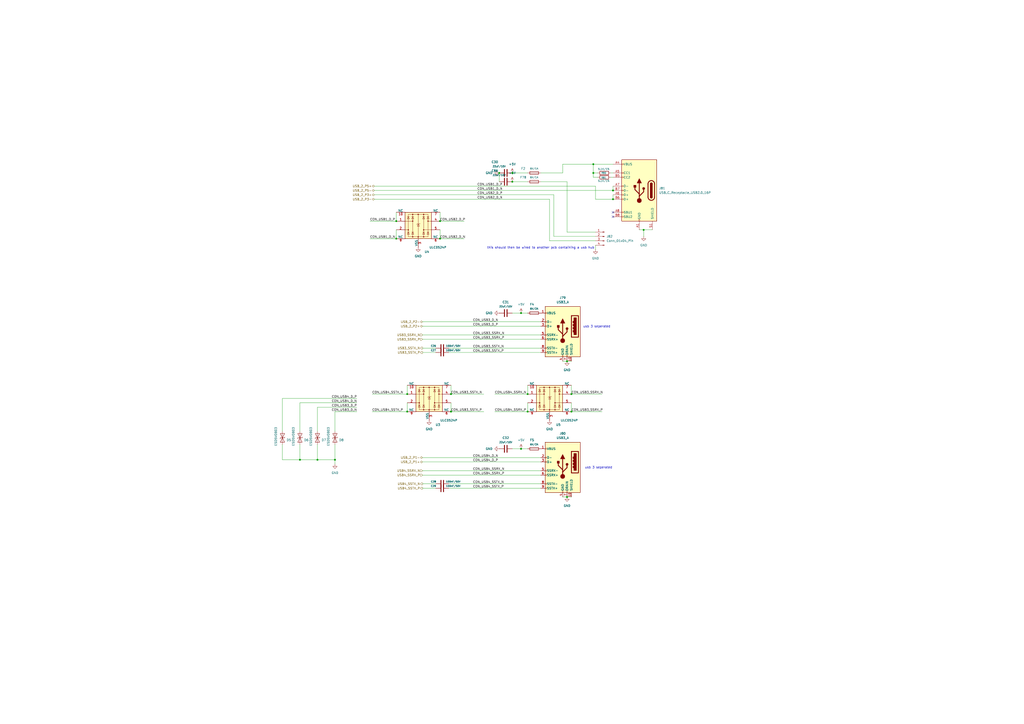
<source format=kicad_sch>
(kicad_sch (version 20250114) (generator "eeschema") (generator_version "9.0")
  (paper "A2")
  (title_block (title "Primer Carrier for LattePanda Mu") (date "2024-03-13") (rev "V1.0.0") (company "DFRobot"))
  (lib_symbols
    (symbol "Connector:Conn_01x04_Pin" (pin_names (offset 1.016) (hide yes))
      (property "Reference" "J" (at 0 5.08 0))
      (property "Value" "Conn_01x04_Pin" (at 0 -7.62 0))
      (symbol "Conn_01x04_Pin_1_1"
        (rectangle (start 0.8636 2.667) (end 0 2.413) (stroke (width 0.1524)) (fill (type outline)))
        (rectangle (start 0.8636 0.127) (end 0 -0.127) (stroke (width 0.1524)) (fill (type outline)))
        (rectangle (start 0.8636 -2.413) (end 0 -2.667) (stroke (width 0.1524)) (fill (type outline)))
        (rectangle (start 0.8636 -4.953) (end 0 -5.207) (stroke (width 0.1524)) (fill (type outline)))
        (polyline (pts (xy 1.27 2.54) (xy 0.8636 2.54)) (stroke (width 0.1524)))
        (polyline (pts (xy 1.27 0) (xy 0.8636 0)) (stroke (width 0.1524)))
        (polyline (pts (xy 1.27 -2.54) (xy 0.8636 -2.54)) (stroke (width 0.1524)))
        (polyline (pts (xy 1.27 -5.08) (xy 0.8636 -5.08)) (stroke (width 0.1524)))
        (pin passive line (at 5.08 2.54 180) (length 3.81) (name "Pin_1") (number "1"))
        (pin passive line (at 5.08 0 180) (length 3.81) (name "Pin_2") (number "2"))
        (pin passive line (at 5.08 -2.54 180) (length 3.81) (name "Pin_3") (number "3"))
        (pin passive line (at 5.08 -5.08 180) (length 3.81) (name "Pin_4") (number "4"))
      )
    )
    (symbol "Connector:USB3_A" (pin_names (offset 1.016))
      (property "Reference" "J" (at -10.16 15.24 0))
      (property "Value" "USB3_A" (at 10.16 15.24 0))
      (symbol "USB3_A_0_0"
        (rectangle (start -9.144 8.636) (end -5.08 -3.81) (stroke (width 0.508)))
        (rectangle (start -7.874 7.366) (end -6.604 -2.286) (stroke (width 0.508)) (fill (type outline)))
        (rectangle (start -6.35 5.334) (end -6.096 4.572) (stroke (width 0.508)))
        (rectangle (start -6.35 3.556) (end -6.096 2.794) (stroke (width 0.508)))
        (rectangle (start -6.35 1.778) (end -6.096 1.016) (stroke (width 0.508)))
        (rectangle (start -6.35 0) (end -6.096 -0.762) (stroke (width 0.508)))
        (rectangle (start -2.794 -15.24) (end -2.286 -14.224))
        (rectangle (start -0.254 -15.24) (end 0.254 -14.224))
        (rectangle (start 10.16 10.414) (end 9.144 9.906))
        (rectangle (start 10.16 5.334) (end 9.144 4.826))
        (rectangle (start 10.16 2.794) (end 9.144 2.286))
        (rectangle (start 10.16 -2.286) (end 9.144 -2.794))
        (rectangle (start 10.16 -4.826) (end 9.144 -5.334))
        (rectangle (start 10.16 -9.906) (end 9.144 -10.414))
        (rectangle (start 10.16 -12.446) (end 9.144 -12.954))
      )
      (symbol "USB3_A_0_1"
        (rectangle (start -10.16 13.97) (end 10.16 -15.24) (stroke (width 0.254)) (fill (type background)))
      )
      (symbol "USB3_A_1_1"
        (circle (center -2.54 1.143) (radius 0.635) (stroke (width 0.254)) (fill (type outline)))
        (polyline (pts (xy -1.27 4.318) (xy 0 6.858) (xy 1.27 4.318) (xy -1.27 4.318)) (stroke (width 0.254)) (fill (type outline)))
        (polyline (pts (xy 0 -2.032) (xy 2.54 0.508) (xy 2.54 1.778)) (stroke (width 0.508)))
        (polyline (pts (xy 0 -3.302) (xy -2.54 -0.762) (xy -2.54 0.508)) (stroke (width 0.508)))
        (polyline (pts (xy 0 -5.842) (xy 0 4.318)) (stroke (width 0.508)))
        (circle (center 0 -5.842) (radius 1.27) (fill (type outline)))
        (rectangle (start 1.905 1.778) (end 3.175 3.048) (stroke (width 0.254)) (fill (type outline)))
        (pin passive line (at -5.08 -17.78 90) (length 2.54) (name "SHIELD") (number "10"))
        (pin passive line (at -2.54 -17.78 90) (length 2.54) (name "DRAIN") (number "7"))
        (pin power_in line (at 0 -17.78 90) (length 2.54) (name "GND") (number "4"))
        (pin power_in line (at 12.7 10.16 180) (length 2.54) (name "VBUS") (number "1"))
        (pin bidirectional line (at 12.7 5.08 180) (length 2.54) (name "D-") (number "2"))
        (pin bidirectional line (at 12.7 2.54 180) (length 2.54) (name "D+") (number "3"))
        (pin output line (at 12.7 -2.54 180) (length 2.54) (name "SSRX-") (number "5"))
        (pin output line (at 12.7 -5.08 180) (length 2.54) (name "SSRX+") (number "6"))
        (pin input line (at 12.7 -10.16 180) (length 2.54) (name "SSTX-") (number "8"))
        (pin input line (at 12.7 -12.7 180) (length 2.54) (name "SSTX+") (number "9"))
      )
    )
    (symbol "Connector:USB_C_Receptacle_USB2.0_16P" (pin_names (offset 1.016))
      (property "Reference" "J" (at 0 22.225 0))
      (property "Value" "USB_C_Receptacle_USB2.0_16P" (at 0 19.685 0))
      (symbol "USB_C_Receptacle_USB2.0_16P_0_0"
        (rectangle (start -0.254 -17.78) (end 0.254 -16.764))
        (rectangle (start 10.16 15.494) (end 9.144 14.986))
        (rectangle (start 10.16 10.414) (end 9.144 9.906))
        (rectangle (start 10.16 7.874) (end 9.144 7.366))
        (rectangle (start 10.16 2.794) (end 9.144 2.286))
        (rectangle (start 10.16 0.254) (end 9.144 -0.254))
        (rectangle (start 10.16 -2.286) (end 9.144 -2.794))
        (rectangle (start 10.16 -4.826) (end 9.144 -5.334))
        (rectangle (start 10.16 -12.446) (end 9.144 -12.954))
        (rectangle (start 10.16 -14.986) (end 9.144 -15.494))
      )
      (symbol "USB_C_Receptacle_USB2.0_16P_0_1"
        (rectangle (start -10.16 17.78) (end 10.16 -17.78) (stroke (width 0.254)) (fill (type background)))
        (polyline (pts (xy -8.89 -3.81) (xy -8.89 3.81)) (stroke (width 0.508)))
        (rectangle (start -7.62 -3.81) (end -6.35 3.81) (stroke (width 0.254)) (fill (type outline)))
        (arc (start -7.62 3.81) (mid -6.985 4.4423) (end -6.35 3.81) (stroke (width 0.254)))
        (arc (start -7.62 3.81) (mid -6.985 4.4423) (end -6.35 3.81) (stroke (width 0.254)) (fill (type outline)))
        (arc (start -8.89 3.81) (mid -6.985 5.7067) (end -5.08 3.81) (stroke (width 0.508)))
        (arc (start -5.08 -3.81) (mid -6.985 -5.7067) (end -8.89 -3.81) (stroke (width 0.508)))
        (arc (start -6.35 -3.81) (mid -6.985 -4.4423) (end -7.62 -3.81) (stroke (width 0.254)))
        (arc (start -6.35 -3.81) (mid -6.985 -4.4423) (end -7.62 -3.81) (stroke (width 0.254)) (fill (type outline)))
        (polyline (pts (xy -5.08 3.81) (xy -5.08 -3.81)) (stroke (width 0.508)))
        (circle (center -2.54 1.143) (radius 0.635) (stroke (width 0.254)) (fill (type outline)))
        (polyline (pts (xy -1.27 4.318) (xy 0 6.858) (xy 1.27 4.318) (xy -1.27 4.318)) (stroke (width 0.254)) (fill (type outline)))
        (polyline (pts (xy 0 -2.032) (xy 2.54 0.508) (xy 2.54 1.778)) (stroke (width 0.508)))
        (polyline (pts (xy 0 -3.302) (xy -2.54 -0.762) (xy -2.54 0.508)) (stroke (width 0.508)))
        (polyline (pts (xy 0 -5.842) (xy 0 4.318)) (stroke (width 0.508)))
        (circle (center 0 -5.842) (radius 1.27) (fill (type outline)))
        (rectangle (start 1.905 1.778) (end 3.175 3.048) (stroke (width 0.254)) (fill (type outline)))
      )
      (symbol "USB_C_Receptacle_USB2.0_16P_1_1"
        (pin passive line (at -7.62 -22.86 90) (length 5.08) (name "SHIELD") (number "S1"))
        (pin passive line (at 0 -22.86 90) (length 5.08) (name "GND") (number "A1"))
        (pin passive line (at 0 -22.86 90) (length 5.08) (hide yes) (name "GND") (number "A12"))
        (pin passive line (at 0 -22.86 90) (length 5.08) (hide yes) (name "GND") (number "B1"))
        (pin passive line (at 0 -22.86 90) (length 5.08) (hide yes) (name "GND") (number "B12"))
        (pin passive line (at 15.24 15.24 180) (length 5.08) (name "VBUS") (number "A4"))
        (pin passive line (at 15.24 15.24 180) (length 5.08) (hide yes) (name "VBUS") (number "A9"))
        (pin passive line (at 15.24 15.24 180) (length 5.08) (hide yes) (name "VBUS") (number "B4"))
        (pin passive line (at 15.24 15.24 180) (length 5.08) (hide yes) (name "VBUS") (number "B9"))
        (pin bidirectional line (at 15.24 10.16 180) (length 5.08) (name "CC1") (number "A5"))
        (pin bidirectional line (at 15.24 7.62 180) (length 5.08) (name "CC2") (number "B5"))
        (pin bidirectional line (at 15.24 2.54 180) (length 5.08) (name "D-") (number "A7"))
        (pin bidirectional line (at 15.24 0 180) (length 5.08) (name "D-") (number "B7"))
        (pin bidirectional line (at 15.24 -2.54 180) (length 5.08) (name "D+") (number "A6"))
        (pin bidirectional line (at 15.24 -5.08 180) (length 5.08) (name "D+") (number "B6"))
        (pin bidirectional line (at 15.24 -12.7 180) (length 5.08) (name "SBU1") (number "A8"))
        (pin bidirectional line (at 15.24 -15.24 180) (length 5.08) (name "SBU2") (number "B8"))
      )
    )
    (symbol "Device:C" (pin_numbers (hide yes)) (pin_names (offset 0.254))
      (property "Reference" "C" (at 0.635 2.54 0))
      (property "Value" "C" (at 0.635 -2.54 0))
      (symbol "C_0_1"
        (polyline (pts (xy -2.032 0.762) (xy 2.032 0.762)) (stroke (width 0.508)))
        (polyline (pts (xy -2.032 -0.762) (xy 2.032 -0.762)) (stroke (width 0.508)))
      )
      (symbol "C_1_1"
        (pin passive line (at 0 3.81 270) (length 2.794) (name "~") (number "1"))
        (pin passive line (at 0 -3.81 90) (length 2.794) (name "~") (number "2"))
      )
    )
    (symbol "Device:Fuse" (pin_numbers (hide yes)) (pin_names (offset 0))
      (property "Reference" "F" (at 2.032 0 90))
      (property "Value" "Fuse" (at -1.905 0 90))
      (symbol "Fuse_0_1"
        (rectangle (start -0.762 -2.54) (end 0.762 2.54) (stroke (width 0.254)))
        (polyline (pts (xy 0 2.54) (xy 0 -2.54)))
      )
      (symbol "Fuse_1_1"
        (pin passive line (at 0 3.81 270) (length 1.27) (name "~") (number "1"))
        (pin passive line (at 0 -3.81 90) (length 1.27) (name "~") (number "2"))
      )
    )
    (symbol "Device:R" (pin_numbers (hide yes)) (pin_names (offset 0))
      (property "Reference" "R" (at 2.032 0 90))
      (property "Value" "R" (at 0 0 90))
      (symbol "R_0_1"
        (rectangle (start -1.016 -2.54) (end 1.016 2.54) (stroke (width 0.254)))
      )
      (symbol "R_1_1"
        (pin passive line (at 0 3.81 270) (length 1.27) (name "~") (number "1"))
        (pin passive line (at 0 -3.81 90) (length 1.27) (name "~") (number "2"))
      )
    )
    (symbol "Diode:ESD9B5.0ST5G" (pin_numbers (hide yes)) (pin_names (offset 1.016) (hide yes))
      (property "Reference" "D" (at 0 2.54 0))
      (property "Value" "ESD9B5.0ST5G" (at 0 -2.54 0))
      (symbol "ESD9B5.0ST5G_0_1"
        (polyline (pts (xy -2.54 -1.27) (xy 0 0) (xy -2.54 1.27) (xy -2.54 -1.27)) (stroke (width 0.2032)))
        (polyline (pts (xy 0.508 1.27) (xy 0 1.27) (xy 0 -1.27) (xy -0.508 -1.27)) (stroke (width 0.2032)))
        (polyline (pts (xy 1.27 0) (xy -1.27 0)))
        (polyline (pts (xy 2.54 1.27) (xy 2.54 -1.27) (xy 0 0) (xy 2.54 1.27)) (stroke (width 0.2032)))
      )
      (symbol "ESD9B5.0ST5G_1_1"
        (pin passive line (at -3.81 0 0) (length 2.54) (name "A1") (number "1"))
        (pin passive line (at 3.81 0 180) (length 2.54) (name "A2") (number "2"))
      )
    )
    (symbol "Power_Protection:D3V3XA4B10LP" (pin_names (offset 0))
      (property "Reference" "U" (at -0.635 8.89 0))
      (property "Value" "D3V3XA4B10LP" (at 8.89 -10.16 0))
      (symbol "D3V3XA4B10LP_0_0"
        (rectangle (start -5.715 6.477) (end 5.715 -6.604))
        (polyline (pts (xy -3.175 -6.604) (xy -3.175 6.477)))
        (polyline (pts (xy 0.127 6.477) (xy 0.127 -6.604)))
        (polyline (pts (xy 3.175 6.477) (xy 3.175 -6.604)))
      )
      (symbol "D3V3XA4B10LP_0_1"
        (polyline (pts (xy -7.747 2.54) (xy -3.175 2.54)))
        (rectangle (start -7.62 7.62) (end 7.62 -7.62) (stroke (width 0.254)) (fill (type background)))
        (polyline (pts (xy -7.62 -2.54) (xy -5.715 -2.54)))
        (circle (center -5.715 -2.54) (radius 0.2794) (fill (type outline)))
        (polyline (pts (xy -5.08 5.08) (xy -6.35 5.08)))
        (polyline (pts (xy -5.08 3.81) (xy -6.35 3.81) (xy -5.715 5.08) (xy -5.08 3.81)))
        (polyline (pts (xy -5.08 -3.81) (xy -6.35 -3.81)))
        (polyline (pts (xy -5.08 -5.08) (xy -6.35 -5.08) (xy -5.715 -3.81) (xy -5.08 -5.08)))
        (circle (center -3.175 6.477) (radius 0.2794) (fill (type outline)))
        (circle (center -3.175 2.54) (radius 0.2794) (fill (type outline)))
        (circle (center -3.175 -6.604) (radius 0.2794) (fill (type outline)))
        (polyline (pts (xy -2.54 5.08) (xy -3.81 5.08)))
        (polyline (pts (xy -2.54 3.81) (xy -3.81 3.81) (xy -3.175 5.08) (xy -2.54 3.81)))
        (polyline (pts (xy -2.54 -3.81) (xy -3.81 -3.81)))
        (polyline (pts (xy -2.54 -5.08) (xy -3.81 -5.08) (xy -3.175 -3.81) (xy -2.54 -5.08)))
        (polyline (pts (xy -0.508 0.889) (xy -0.889 0.635)))
        (circle (center 0 6.477) (radius 0.2794) (fill (type outline)))
        (polyline (pts (xy 0 -6.604) (xy 0 -7.62)))
        (circle (center 0 -6.604) (radius 0.2794) (fill (type outline)))
        (polyline (pts (xy 0.762 0.889) (xy -0.508 0.889)))
        (polyline (pts (xy 0.762 0.889) (xy 1.143 1.143)))
        (polyline (pts (xy 0.762 -0.381) (xy -0.508 -0.381) (xy 0.127 0.889) (xy 0.762 -0.381)))
        (circle (center 3.175 6.477) (radius 0.2794) (fill (type outline)))
        (circle (center 3.175 -2.54) (radius 0.2794) (fill (type outline)))
        (circle (center 3.175 -6.604) (radius 0.2794) (fill (type outline)))
        (polyline (pts (xy 3.81 5.08) (xy 2.54 5.08)))
        (polyline (pts (xy 3.81 3.81) (xy 2.54 3.81) (xy 3.175 5.08) (xy 3.81 3.81)))
        (polyline (pts (xy 3.81 -3.81) (xy 2.54 -3.81)))
        (polyline (pts (xy 3.81 -5.08) (xy 2.54 -5.08) (xy 3.175 -3.81) (xy 3.81 -5.08)))
        (circle (center 5.715 2.54) (radius 0.2794) (fill (type outline)))
        (polyline (pts (xy 6.35 5.08) (xy 5.08 5.08)))
        (polyline (pts (xy 6.35 3.81) (xy 5.08 3.81) (xy 5.715 5.08) (xy 6.35 3.81)))
        (polyline (pts (xy 6.35 -3.81) (xy 5.08 -3.81)))
        (polyline (pts (xy 6.35 -5.08) (xy 5.08 -5.08) (xy 5.715 -3.81) (xy 6.35 -5.08)))
        (polyline (pts (xy 7.62 2.54) (xy 5.715 2.54)))
        (polyline (pts (xy 7.62 -2.54) (xy 3.175 -2.54)))
      )
      (symbol "D3V3XA4B10LP_1_1"
        (pin free line (at -12.7 7.62 0) (length 5.08) (name "NC") (number "10"))
        (pin passive line (at -12.7 2.54 0) (length 5.08) (name "~") (number "1"))
        (pin passive line (at -12.7 -2.54 0) (length 5.08) (name "~") (number "2"))
        (pin free line (at -12.7 -7.62 0) (length 5.08) (name "NC") (number "9"))
        (pin power_in line (at 0 -12.7 90) (length 5.08) (name "VSS") (number "3"))
        (pin passive line (at 0 -12.7 90) (length 5.08) (hide yes) (name "VSS") (number "8"))
        (pin free line (at 12.7 7.62 180) (length 5.08) (name "NC") (number "7"))
        (pin passive line (at 12.7 2.54 180) (length 5.08) (name "~") (number "4"))
        (pin passive line (at 12.7 -2.54 180) (length 5.08) (name "~") (number "5"))
        (pin free line (at 12.7 -7.62 180) (length 5.08) (name "NC") (number "6"))
      )
    )
    (symbol "power:+5V" (power) (pin_numbers (hide yes)) (pin_names (offset 0) (hide yes))
      (property "Value" "+5V" (at 0 3.556 0))
      (symbol "+5V_0_1"
        (polyline (pts (xy -0.762 1.27) (xy 0 2.54)))
        (polyline (pts (xy 0 2.54) (xy 0.762 1.27)))
        (polyline (pts (xy 0 0) (xy 0 2.54)))
      )
      (symbol "+5V_1_1"
        (pin power_in line (at 0 0 90) (length 0) (name "~") (number "1"))
      )
    )
    (symbol "power:GND" (power) (pin_numbers (hide yes)) (pin_names (offset 0) (hide yes))
      (property "Value" "GND" (at 0 -3.81 0))
      (symbol "GND_0_1"
        (polyline (pts (xy 0 0) (xy 0 -1.27) (xy 1.27 -1.27) (xy 0 -2.54) (xy -1.27 -1.27) (xy 0 -1.27)))
      )
      (symbol "GND_1_1"
        (pin power_in line (at 0 0 270) (length 0) (name "~") (number "1"))
      )
    )
  )
  (text "usb 3 seperated\n" (at 346.202 189.484 0) (effects (font (size 1.27 1.27))))
  (text "usb 3 seperated\n" (at 347.218 271.272 0) (effects (font (size 1.27 1.27))))
  (text "this should then be wired to another pcb containing a usb hub" (at 313.69 143.764 0) (effects (font (size 1.27 1.27))))
  (junction (at 261.62 228.6))
  (junction (at 229.87 138.43))
  (junction (at 328.93 288.29))
  (junction (at 355.6 110.49))
  (junction (at 255.27 128.27))
  (junction (at 302.26 260.35))
  (junction (at 302.26 181.61))
  (junction (at 229.87 128.27))
  (junction (at 194.31 266.7))
  (junction (at 261.62 238.76))
  (junction (at 236.22 228.6))
  (junction (at 184.15 266.7))
  (junction (at 297.18 100.33))
  (junction (at 344.17 100.33))
  (junction (at 173.99 266.7))
  (junction (at 331.47 238.76))
  (junction (at 297.18 105.41))
  (junction (at 355.6 115.57))
  (junction (at 344.17 95.25))
  (junction (at 331.47 228.6))
  (junction (at 306.07 238.76))
  (junction (at 373.38 133.35))
  (junction (at 328.93 209.55))
  (junction (at 255.27 138.43))
  (junction (at 306.07 228.6))
  (junction (at 289.56 100.33))
  (junction (at 236.22 238.76))
  (no_connect (at 355.6 125.73))
  (no_connect (at 355.6 123.19))
  (wire (pts (xy 217.17 107.95) (xy 345.44 107.95)))
  (wire (pts (xy 261.62 223.52) (xy 261.62 228.6)))
  (wire (pts (xy 260.35 280.67) (xy 313.69 280.67)))
  (wire (pts (xy 345.44 107.95) (xy 345.44 115.57)))
  (wire (pts (xy 163.83 231.14) (xy 163.83 250.19)))
  (wire (pts (xy 245.11 265.43) (xy 313.69 265.43)))
  (wire (pts (xy 313.69 100.33) (xy 326.39 100.33)))
  (wire (pts (xy 245.11 204.47) (xy 252.73 204.47)))
  (wire (pts (xy 328.93 288.29) (xy 331.47 288.29)))
  (wire (pts (xy 313.69 105.41) (xy 328.93 105.41)))
  (wire (pts (xy 245.11 196.85) (xy 313.69 196.85)))
  (wire (pts (xy 331.47 238.76) (xy 349.25 238.76)))
  (wire (pts (xy 321.31 113.03) (xy 321.31 137.16)))
  (wire (pts (xy 229.87 123.19) (xy 229.87 128.27)))
  (wire (pts (xy 245.11 280.67) (xy 252.73 280.67)))
  (wire (pts (xy 215.9 238.76) (xy 236.22 238.76)))
  (wire (pts (xy 326.39 288.29) (xy 328.93 288.29)))
  (wire (pts (xy 344.17 95.25) (xy 355.6 95.25)))
  (wire (pts (xy 261.62 238.76) (xy 280.67 238.76)))
  (wire (pts (xy 345.44 115.57) (xy 355.6 115.57)))
  (wire (pts (xy 318.77 139.7) (xy 318.77 115.57)))
  (wire (pts (xy 255.27 123.19) (xy 255.27 128.27)))
  (wire (pts (xy 326.39 95.25) (xy 344.17 95.25)))
  (wire (pts (xy 373.38 133.35) (xy 378.46 133.35)))
  (wire (pts (xy 184.15 236.22) (xy 184.15 250.19)))
  (wire (pts (xy 354.33 102.87) (xy 355.6 102.87)))
  (wire (pts (xy 207.01 236.22) (xy 184.15 236.22)))
  (wire (pts (xy 306.07 223.52) (xy 306.07 228.6)))
  (wire (pts (xy 344.17 100.33) (xy 344.17 95.25)))
  (wire (pts (xy 302.26 181.61) (xy 306.07 181.61)))
  (wire (pts (xy 287.02 228.6) (xy 306.07 228.6)))
  (wire (pts (xy 217.17 115.57) (xy 318.77 115.57)))
  (wire (pts (xy 245.11 189.23) (xy 313.69 189.23)))
  (wire (pts (xy 331.47 228.6) (xy 349.25 228.6)))
  (wire (pts (xy 326.39 100.33) (xy 326.39 95.25)))
  (wire (pts (xy 355.6 107.95) (xy 355.6 110.49)))
  (wire (pts (xy 229.87 133.35) (xy 229.87 138.43)))
  (wire (pts (xy 297.18 100.33) (xy 306.07 100.33)))
  (wire (pts (xy 344.17 102.87) (xy 344.17 100.33)))
  (wire (pts (xy 355.6 113.03) (xy 355.6 115.57)))
  (wire (pts (xy 163.83 257.81) (xy 163.83 266.7)))
  (wire (pts (xy 184.15 266.7) (xy 194.31 266.7)))
  (wire (pts (xy 255.27 138.43) (xy 269.24 138.43)))
  (wire (pts (xy 289.56 100.33) (xy 289.56 105.41)))
  (wire (pts (xy 217.17 113.03) (xy 321.31 113.03)))
  (wire (pts (xy 184.15 257.81) (xy 184.15 266.7)))
  (wire (pts (xy 217.17 110.49) (xy 355.6 110.49)))
  (wire (pts (xy 255.27 128.27) (xy 269.24 128.27)))
  (wire (pts (xy 331.47 233.68) (xy 331.47 238.76)))
  (wire (pts (xy 321.31 137.16) (xy 345.44 137.16)))
  (wire (pts (xy 297.18 105.41) (xy 306.07 105.41)))
  (wire (pts (xy 245.11 186.69) (xy 313.69 186.69)))
  (wire (pts (xy 331.47 223.52) (xy 331.47 228.6)))
  (wire (pts (xy 302.26 260.35) (xy 306.07 260.35)))
  (wire (pts (xy 173.99 233.68) (xy 207.01 233.68)))
  (wire (pts (xy 326.39 209.55) (xy 328.93 209.55)))
  (wire (pts (xy 214.63 128.27) (xy 229.87 128.27)))
  (wire (pts (xy 236.22 223.52) (xy 236.22 228.6)))
  (wire (pts (xy 245.11 283.21) (xy 252.73 283.21)))
  (wire (pts (xy 346.71 100.33) (xy 344.17 100.33)))
  (wire (pts (xy 194.31 257.81) (xy 194.31 266.7)))
  (wire (pts (xy 215.9 228.6) (xy 236.22 228.6)))
  (wire (pts (xy 255.27 133.35) (xy 255.27 138.43)))
  (wire (pts (xy 328.93 134.62) (xy 345.44 134.62)))
  (wire (pts (xy 245.11 194.31) (xy 313.69 194.31)))
  (wire (pts (xy 345.44 142.24) (xy 345.44 144.78)))
  (wire (pts (xy 261.62 228.6) (xy 280.67 228.6)))
  (wire (pts (xy 163.83 231.14) (xy 207.01 231.14)))
  (wire (pts (xy 354.33 100.33) (xy 355.6 100.33)))
  (wire (pts (xy 194.31 269.24) (xy 194.31 266.7)))
  (wire (pts (xy 302.26 181.61) (xy 297.18 181.61)))
  (wire (pts (xy 260.35 201.93) (xy 313.69 201.93)))
  (wire (pts (xy 260.35 283.21) (xy 313.69 283.21)))
  (wire (pts (xy 328.93 105.41) (xy 328.93 134.62)))
  (wire (pts (xy 373.38 133.35) (xy 373.38 137.16)))
  (wire (pts (xy 245.11 273.05) (xy 313.69 273.05)))
  (wire (pts (xy 328.93 209.55) (xy 331.47 209.55)))
  (wire (pts (xy 346.71 102.87) (xy 344.17 102.87)))
  (wire (pts (xy 318.77 139.7) (xy 345.44 139.7)))
  (wire (pts (xy 302.26 260.35) (xy 297.18 260.35)))
  (wire (pts (xy 261.62 233.68) (xy 261.62 238.76)))
  (wire (pts (xy 287.02 238.76) (xy 306.07 238.76)))
  (wire (pts (xy 260.35 204.47) (xy 313.69 204.47)))
  (wire (pts (xy 163.83 266.7) (xy 173.99 266.7)))
  (wire (pts (xy 173.99 257.81) (xy 173.99 266.7)))
  (wire (pts (xy 370.84 133.35) (xy 373.38 133.35)))
  (wire (pts (xy 245.11 267.97) (xy 313.69 267.97)))
  (wire (pts (xy 245.11 201.93) (xy 252.73 201.93)))
  (wire (pts (xy 245.11 275.59) (xy 313.69 275.59)))
  (wire (pts (xy 306.07 233.68) (xy 306.07 238.76)))
  (wire (pts (xy 194.31 238.76) (xy 207.01 238.76)))
  (wire (pts (xy 214.63 138.43) (xy 229.87 138.43)))
  (wire (pts (xy 236.22 233.68) (xy 236.22 238.76)))
  (wire (pts (xy 173.99 250.19) (xy 173.99 233.68)))
  (wire (pts (xy 194.31 250.19) (xy 194.31 238.76)))
  (wire (pts (xy 173.99 266.7) (xy 184.15 266.7)))
  (label "CON_USB3_SSTX_N" (at 261.62 228.6 0))
  (label "CON_USB2_D_P" (at 276.86 113.03 0))
  (label "CON_USB3_SSRX_P" (at 274.32 196.85 0))
  (label "CON_USB4_D_N" (at 207.01 233.68 180))
  (label "CON_USB4_D_P" (at 207.01 231.14 180))
  (label "CON_USB3_SSTX_P" (at 261.62 238.76 0))
  (label "CON_USB2_D_N" (at 276.86 115.57 0))
  (label "CON_USB1_D_P" (at 276.86 107.95 0))
  (label "CON_USB4_SSTX_P" (at 215.9 238.76 0))
  (label "CON_USB3_SSRX_N" (at 331.47 228.6 0))
  (label "CON_USB4_SSTX_N" (at 274.32 280.67 0))
  (label "CON_USB3_D_N" (at 207.01 238.76 180))
  (label "CON_USB4_SSRX_N" (at 287.02 228.6 0))
  (label "CON_USB4_SSRX_P" (at 274.32 275.59 0))
  (label "CON_USB3_D_P" (at 207.01 236.22 180))
  (label "CON_USB3_D_P" (at 274.32 189.23 0))
  (label "CON_USB3_SSRX_N" (at 274.32 194.31 0))
  (label "CON_USB4_SSTX_P" (at 274.32 283.21 0))
  (label "CON_USB4_SSRX_N" (at 274.32 273.05 0))
  (label "CON_USB2_D_N" (at 255.27 138.43 0))
  (label "CON_USB4_D_N" (at 274.32 265.43 0))
  (label "CON_USB3_SSTX_P" (at 274.32 204.47 0))
  (label "CON_USB4_D_P" (at 274.32 267.97 0))
  (label "CON_USB3_D_N" (at 274.32 186.69 0))
  (label "CON_USB3_SSTX_N" (at 274.32 201.93 0))
  (label "CON_USB1_D_N" (at 276.86 110.49 0))
  (label "CON_USB4_SSTX_N" (at 215.9 228.6 0))
  (label "CON_USB1_D_P" (at 214.63 128.27 0))
  (label "CON_USB4_SSRX_P" (at 287.02 238.76 0))
  (label "CON_USB2_D_P" (at 255.27 128.27 0))
  (label "CON_USB3_SSRX_P" (at 331.47 238.76 0))
  (label "CON_USB1_D_N" (at 214.63 138.43 0))
  (hierarchical_label "USB_2_P1+" (shape bidirectional) (at 245.11 267.97 180))
  (hierarchical_label "USB_2_P2-" (shape bidirectional) (at 245.11 186.69 180))
  (hierarchical_label "USB_2_P3-" (shape bidirectional) (at 217.17 115.57 180))
  (hierarchical_label "USB_2_P2+" (shape bidirectional) (at 245.11 189.23 180))
  (hierarchical_label "USB3_SSRX_P" (shape input) (at 245.11 196.85 180))
  (hierarchical_label "USB4_SSTX_N" (shape output) (at 245.11 280.67 180))
  (hierarchical_label "USB_2_P3+" (shape bidirectional) (at 217.17 113.03 180))
  (hierarchical_label "USB4_SSRX_P" (shape input) (at 245.11 275.59 180))
  (hierarchical_label "USB_2_P1-" (shape bidirectional) (at 245.11 265.43 180))
  (hierarchical_label "USB3_SSTX_P" (shape output) (at 245.11 204.47 180))
  (hierarchical_label "USB3_SSTX_N" (shape output) (at 245.11 201.93 180))
  (hierarchical_label "USB3_SSRX_N" (shape input) (at 245.11 194.31 180))
  (hierarchical_label "USB4_SSRX_N" (shape input) (at 245.11 273.05 180))
  (hierarchical_label "USB_2_P5-" (shape bidirectional) (at 217.17 110.49 180))
  (hierarchical_label "USB_2_P5+" (shape bidirectional) (at 217.17 107.95 180))
  (hierarchical_label "USB4_SSTX_P" (shape output) (at 245.11 283.21 180))
  (symbol (lib_id "Diode:ESD9B5.0ST5G") (at 173.99 254 270) (mirror x) (unit 1)
    (property "Reference" "D6" (at 179.07 255.27 90) (effects (justify right)))
    (property "Value" "ESD5V0B03" (at 170.18 247.65 0) (effects (justify right)))
    (property "Footprint" "A_HDJ_Library:D_0402_1005Metric" (effects (hide yes)))
    (property "Datasheet" "https://www.onsemi.com/pub/Collateral/ESD9B-D.PDF" (effects (hide yes)))
    (property "SCH_Show_Footprint" "D0402" (effects (hide yes)))
  )
  (symbol (lib_id "Device:Fuse") (at 309.88 100.33 90) (unit 1)
    (property "Reference" "F2" (at 303.53 97.79 90))
    (property "Value" "6V/1A" (at 309.88 97.79 90) (effects (font (size 1 1))))
    (property "Footprint" "A_HDJ_Library:Fuse_0805_2012Metric" (effects (hide yes)))
    (property "SCH_Show_Footprint" "R0603" (effects (hide yes)))
  )
  (symbol (lib_id "power:GND") (at 289.56 181.61 270) (unit 1)
    (property "Reference" "#PWR036" (effects (hide yes)))
    (property "Value" "GND" (at 285.75 181.61 90) (effects (justify right)))
  )
  (symbol (lib_id "power:GND") (at 248.92 243.84 0) (unit 1)
    (property "Reference" "#PWR033" (effects (hide yes)))
    (property "Value" "GND" (at 248.92 248.92 0))
  )
  (symbol (lib_id "Device:R") (at 350.52 102.87 90) (unit 1)
    (property "Reference" "R81" (at 351.79 103.124 90) (effects (font (size 1 1)) (justify left)))
    (property "Value" "5.1K/1%" (at 353.568 104.902 90) (effects (font (size 1 1)) (justify left)))
    (property "Footprint" "A_HDJ_Library:R_0402_1005Metric" (effects (hide yes)))
  )
  (symbol (lib_id "Power_Protection:D3V3XA4B10LP") (at 242.57 130.81 0) (unit 1)
    (property "Reference" "U4" (at 247.65 146.05 0))
    (property "Value" "ULC0524P" (at 254 143.51 0))
    (property "Footprint" "A_HDJ_Library:Diodes_UDFN-10_1.0x2.5mm_P0.5mm" (effects (hide yes)))
    (property "Datasheet" "https://www.diodes.com/assets/Datasheets/D3V3XA4B10LP.pdf" (effects (hide yes)))
  )
  (symbol (lib_id "power:GND") (at 345.44 144.78 0) (unit 1)
    (property "Reference" "#PWR0121" (effects (hide yes)))
    (property "Value" "GND" (at 345.44 149.86 0))
  )
  (symbol (lib_id "Device:C") (at 293.37 181.61 90) (unit 1)
    (property "Reference" "C31" (at 293.37 175.26 90))
    (property "Value" "22uF/10V" (at 293.37 177.8 90) (effects (font (size 1 1))))
    (property "Footprint" "A_HDJ_Library:C_0603_1608Metric" (effects (hide yes)))
    (property "SCH_Show_Footprint" "C603" (effects (hide yes)))
  )
  (symbol (lib_id "Power_Protection:D3V3XA4B10LP") (at 318.77 231.14 0) (unit 1)
    (property "Reference" "U5" (at 323.85 246.38 0))
    (property "Value" "ULC0524P" (at 330.2 243.84 0))
    (property "Footprint" "A_HDJ_Library:Diodes_UDFN-10_1.0x2.5mm_P0.5mm" (effects (hide yes)))
    (property "Datasheet" "https://www.diodes.com/assets/Datasheets/D3V3XA4B10LP.pdf" (effects (hide yes)))
  )
  (symbol (lib_id "Device:C") (at 256.54 201.93 90) (unit 1)
    (property "Reference" "C26" (at 251.46 200.66 90) (effects (font (size 1 1))))
    (property "Value" "100nF/50V" (at 262.89 200.66 90) (effects (font (size 1 1))))
    (property "Footprint" "A_HDJ_Library:C_0402_1005Metric" (effects (hide yes)))
    (property "SCH_Show_Footprint" "C0402" (effects (hide yes)))
  )
  (symbol (lib_id "Connector:USB3_A") (at 326.39 191.77 0) (mirror y) (unit 1)
    (property "Reference" "J79" (at 326.39 172.72 0))
    (property "Value" "USB3_A" (at 326.39 175.26 0))
    (property "Footprint" "Connector_USB:USB3_A_Molex_48393-001" (effects (hide yes)))
    (property "Description" "USB 3.0 A connector" (effects (hide yes)))
  )
  (symbol (lib_id "power:GND") (at 328.93 288.29 0) (unit 1)
    (property "Reference" "#PWR044" (effects (hide yes)))
    (property "Value" "GND" (at 328.93 293.37 0))
  )
  (symbol (lib_id "Device:Fuse") (at 309.88 181.61 90) (unit 1)
    (property "Reference" "F4" (at 308.61 176.53 90))
    (property "Value" "6V/2A" (at 309.88 179.07 90) (effects (font (size 1 1))))
    (property "Footprint" "A_HDJ_Library:R_0805_2012Metric" (effects (hide yes)))
    (property "SCH_Show_Footprint" "R0805" (effects (hide yes)))
  )
  (symbol (lib_id "Diode:ESD9B5.0ST5G") (at 184.15 254 270) (mirror x) (unit 1)
    (property "Reference" "D7" (at 189.23 255.27 90) (effects (justify right)))
    (property "Value" "ESD5V0B03" (at 180.34 247.65 0) (effects (justify right)))
    (property "Footprint" "A_HDJ_Library:D_0402_1005Metric" (effects (hide yes)))
    (property "Datasheet" "https://www.onsemi.com/pub/Collateral/ESD9B-D.PDF" (effects (hide yes)))
    (property "SCH_Show_Footprint" "D0402" (effects (hide yes)))
  )
  (symbol (lib_id "Device:Fuse") (at 309.88 105.41 90) (unit 1)
    (property "Reference" "F78" (at 303.53 102.87 90))
    (property "Value" "6V/1A" (at 309.88 102.87 90) (effects (font (size 1 1))))
    (property "Footprint" "A_HDJ_Library:Fuse_0805_2012Metric" (effects (hide yes)))
    (property "SCH_Show_Footprint" "R0603" (effects (hide yes)))
  )
  (symbol (lib_id "power:GND") (at 194.31 269.24 0) (mirror y) (unit 1)
    (property "Reference" "#PWR032" (effects (hide yes)))
    (property "Value" "GND" (at 194.31 274.32 0))
  )
  (symbol (lib_id "Device:R") (at 350.52 100.33 90) (unit 1)
    (property "Reference" "R80" (at 351.79 100.33 90) (effects (font (size 1 1)) (justify left)))
    (property "Value" "5.1K/1%" (at 353.568 98.044 90) (effects (font (size 1 1)) (justify left)))
    (property "Footprint" "A_HDJ_Library:R_0402_1005Metric" (effects (hide yes)))
  )
  (symbol (lib_id "Device:C") (at 256.54 204.47 90) (unit 1)
    (property "Reference" "C27" (at 251.46 203.2 90) (effects (font (size 1 1))))
    (property "Value" "100nF/50V" (at 262.89 203.2 90) (effects (font (size 1 1))))
    (property "Footprint" "A_HDJ_Library:C_0402_1005Metric" (effects (hide yes)))
    (property "SCH_Show_Footprint" "C0402" (effects (hide yes)))
  )
  (symbol (lib_id "Diode:ESD9B5.0ST5G") (at 194.31 254 270) (mirror x) (unit 1)
    (property "Reference" "D8" (at 199.39 255.27 90) (effects (justify right)))
    (property "Value" "ESD5V0B03" (at 190.5 247.65 0) (effects (justify right)))
    (property "Footprint" "A_HDJ_Library:D_0402_1005Metric" (effects (hide yes)))
    (property "Datasheet" "https://www.onsemi.com/pub/Collateral/ESD9B-D.PDF" (effects (hide yes)))
    (property "SCH_Show_Footprint" "D0402" (effects (hide yes)))
  )
  (symbol (lib_id "power:GND") (at 328.93 209.55 0) (unit 1)
    (property "Reference" "#PWR043" (effects (hide yes)))
    (property "Value" "GND" (at 328.93 214.63 0))
  )
  (symbol (lib_id "Device:C") (at 293.37 100.33 90) (unit 1)
    (property "Reference" "C30" (at 287.02 93.98 90))
    (property "Value" "22uF/10V" (at 289.56 96.52 90) (effects (font (size 1 1))))
    (property "Footprint" "A_HDJ_Library:C_0603_1608Metric" (effects (hide yes)))
    (property "SCH_Show_Footprint" "C603" (effects (hide yes)))
  )
  (symbol (lib_id "power:+5V") (at 302.26 260.35 0) (unit 1)
    (property "Reference" "#PWR040" (effects (hide yes)))
    (property "Value" "+5V" (at 302.26 255.27 0))
  )
  (symbol (lib_id "power:+5V") (at 297.18 105.41 0) (unit 1)
    (property "Reference" "#PWR0105" (effects (hide yes)))
    (property "Value" "+5V" (at 297.18 100.33 0))
  )
  (symbol (lib_id "Connector:USB3_A") (at 326.39 270.51 0) (mirror y) (unit 1)
    (property "Reference" "J80" (at 326.39 251.46 0))
    (property "Value" "USB3_A" (at 326.39 254 0))
    (property "Footprint" "Connector_USB:USB3_A_Molex_48393-001" (effects (hide yes)))
    (property "Description" "USB 3.0 A connector" (effects (hide yes)))
  )
  (symbol (lib_id "Device:C") (at 293.37 105.41 90) (unit 1)
    (property "Reference" "C86" (at 287.02 99.06 90))
    (property "Value" "22uF/10V" (at 289.56 101.6 90) (effects (font (size 1 1))))
    (property "Footprint" "A_HDJ_Library:C_0603_1608Metric" (effects (hide yes)))
    (property "SCH_Show_Footprint" "C603" (effects (hide yes)))
  )
  (symbol (lib_id "Connector:USB_C_Receptacle_USB2.0_16P") (at 370.84 110.49 0) (mirror y) (unit 1)
    (property "Reference" "J81" (at 382.27 109.2199 0) (effects (justify right)))
    (property "Value" "USB_C_Receptacle_USB2.0_16P" (at 382.27 111.7599 0) (effects (justify right)))
    (property "Footprint" "Connector_USB:USB_C_Receptacle_GCT_USB4085" (effects (hide yes)))
    (property "Datasheet" "https://www.usb.org/sites/default/files/documents/usb_type-c.zip" (effects (hide yes)))
    (property "Description" "USB 2.0-only 16P Type-C Receptacle connector" (effects (hide yes)))
  )
  (symbol (lib_id "Device:C") (at 256.54 280.67 90) (unit 1)
    (property "Reference" "C28" (at 251.46 279.4 90) (effects (font (size 1 1))))
    (property "Value" "100nF/50V" (at 262.89 279.4 90) (effects (font (size 1 1))))
    (property "Footprint" "A_HDJ_Library:C_0402_1005Metric" (effects (hide yes)))
    (property "SCH_Show_Footprint" "C0402" (effects (hide yes)))
  )
  (symbol (lib_id "power:GND") (at 318.77 243.84 0) (unit 1)
    (property "Reference" "#PWR041" (effects (hide yes)))
    (property "Value" "GND" (at 318.77 248.92 0))
  )
  (symbol (lib_id "Device:C") (at 293.37 260.35 90) (unit 1)
    (property "Reference" "C32" (at 293.37 254 90))
    (property "Value" "22uF/10V" (at 293.37 256.54 90) (effects (font (size 1 1))))
    (property "Footprint" "A_HDJ_Library:C_0603_1608Metric" (effects (hide yes)))
    (property "SCH_Show_Footprint" "C603" (effects (hide yes)))
  )
  (symbol (lib_id "Device:C") (at 256.54 283.21 90) (unit 1)
    (property "Reference" "C29" (at 251.46 281.94 90) (effects (font (size 1 1))))
    (property "Value" "100nF/50V" (at 262.89 281.94 90) (effects (font (size 1 1))))
    (property "Footprint" "A_HDJ_Library:C_0402_1005Metric" (effects (hide yes)))
    (property "SCH_Show_Footprint" "C0402" (effects (hide yes)))
  )
  (symbol (lib_id "Power_Protection:D3V3XA4B10LP") (at 248.92 231.14 0) (unit 1)
    (property "Reference" "U3" (at 254 246.38 0))
    (property "Value" "ULC0524P" (at 260.35 243.84 0))
    (property "Footprint" "A_HDJ_Library:Diodes_UDFN-10_1.0x2.5mm_P0.5mm" (effects (hide yes)))
    (property "Datasheet" "https://www.diodes.com/assets/Datasheets/D3V3XA4B10LP.pdf" (effects (hide yes)))
  )
  (symbol (lib_id "power:GND") (at 289.56 100.33 270) (unit 1)
    (property "Reference" "#PWR035" (effects (hide yes)))
    (property "Value" "GND" (at 285.75 100.33 90) (effects (justify right)))
  )
  (symbol (lib_id "power:GND") (at 242.57 143.51 0) (unit 1)
    (property "Reference" "#PWR034" (effects (hide yes)))
    (property "Value" "GND" (at 242.57 148.59 0))
  )
  (symbol (lib_id "Diode:ESD9B5.0ST5G") (at 163.83 254 270) (mirror x) (unit 1)
    (property "Reference" "D5" (at 168.91 255.27 90) (effects (justify right)))
    (property "Value" "ESD5V0B03" (at 160.02 247.65 0) (effects (justify right)))
    (property "Footprint" "A_HDJ_Library:D_0402_1005Metric" (effects (hide yes)))
    (property "Datasheet" "https://www.onsemi.com/pub/Collateral/ESD9B-D.PDF" (effects (hide yes)))
    (property "SCH_Show_Footprint" "D0402" (effects (hide yes)))
  )
  (symbol (lib_id "power:GND") (at 289.56 260.35 270) (unit 1)
    (property "Reference" "#PWR037" (effects (hide yes)))
    (property "Value" "GND" (at 285.75 260.35 90) (effects (justify right)))
  )
  (symbol (lib_id "Device:Fuse") (at 309.88 260.35 90) (unit 1)
    (property "Reference" "F5" (at 308.61 255.27 90))
    (property "Value" "6V/2A" (at 309.88 257.81 90) (effects (font (size 1 1))))
    (property "Footprint" "A_HDJ_Library:Fuse_0805_2012Metric" (effects (hide yes)))
    (property "SCH_Show_Footprint" "R0805" (effects (hide yes)))
  )
  (symbol (lib_id "Connector:Conn_01x04_Pin") (at 350.52 137.16 0) (mirror y) (unit 1)
    (property "Reference" "J82" (at 351.79 137.1599 0) (effects (justify right)))
    (property "Value" "Conn_01x04_Pin" (at 351.79 139.6999 0) (effects (justify right)))
    (property "Footprint" "Connector_PinHeader_2.54mm:PinHeader_1x04_P2.54mm_Vertical" (effects (hide yes)))
    (property "Description" "Generic connector, single row, 01x04, script generated" (effects (hide yes)))
  )
  (symbol (lib_id "power:+5V") (at 297.18 100.33 0) (unit 1)
    (property "Reference" "#PWR038" (effects (hide yes)))
    (property "Value" "+5V" (at 297.18 95.25 0))
  )
  (symbol (lib_id "power:+5V") (at 302.26 181.61 0) (unit 1)
    (property "Reference" "#PWR039" (effects (hide yes)))
    (property "Value" "+5V" (at 302.26 176.53 0))
  )
  (symbol (lib_id "power:GND") (at 373.38 137.16 0) (unit 1)
    (property "Reference" "#PWR042" (effects (hide yes)))
    (property "Value" "GND" (at 373.38 142.24 0))
  )
)
</source>
